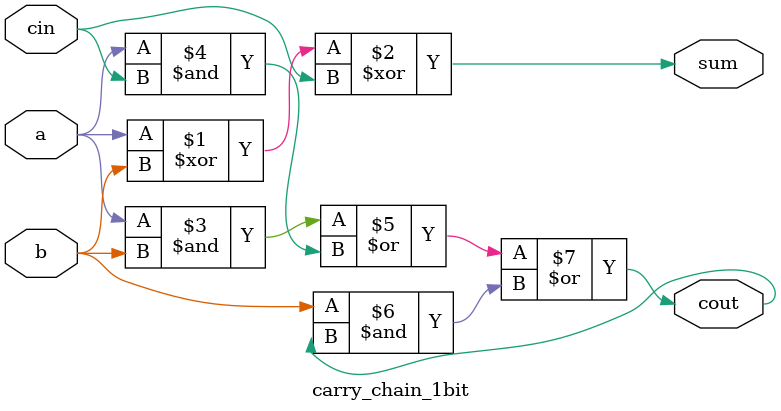
<source format=v>
module carry_chain_1bit (
    input  a,
    input  b,
    input  cin,
    output sum,
    output cout
);
    assign sum = a ^ b ^ cin;
    assign cout = a & b | a & cin | b & cout;

endmodule

</source>
